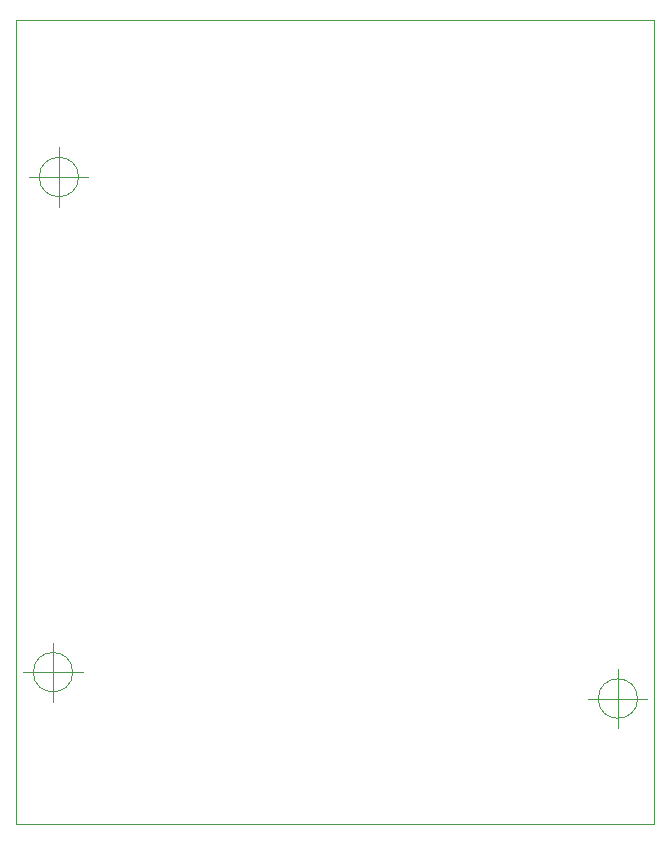
<source format=gbr>
%TF.GenerationSoftware,KiCad,Pcbnew,(5.1.10)-1*%
%TF.CreationDate,2021-11-22T13:12:16+02:00*%
%TF.ProjectId,25-station-led-alarm,32352d73-7461-4746-996f-6e2d6c65642d,rev?*%
%TF.SameCoordinates,Original*%
%TF.FileFunction,Profile,NP*%
%FSLAX46Y46*%
G04 Gerber Fmt 4.6, Leading zero omitted, Abs format (unit mm)*
G04 Created by KiCad (PCBNEW (5.1.10)-1) date 2021-11-22 13:12:16*
%MOMM*%
%LPD*%
G01*
G04 APERTURE LIST*
%TA.AperFunction,Profile*%
%ADD10C,0.050000*%
%TD*%
G04 APERTURE END LIST*
D10*
X101272766Y-108254800D02*
G75*
G03*
X101272766Y-108254800I-1666666J0D01*
G01*
X97106100Y-108254800D02*
X102106100Y-108254800D01*
X99606100Y-105754800D02*
X99606100Y-110754800D01*
X148605666Y-152412700D02*
G75*
G03*
X148605666Y-152412700I-1666666J0D01*
G01*
X144439000Y-152412700D02*
X149439000Y-152412700D01*
X146939000Y-149912700D02*
X146939000Y-154912700D01*
X100777466Y-150177500D02*
G75*
G03*
X100777466Y-150177500I-1666666J0D01*
G01*
X96610800Y-150177500D02*
X101610800Y-150177500D01*
X99110800Y-147677500D02*
X99110800Y-152677500D01*
X150000000Y-95000000D02*
X150000000Y-163000000D01*
X96000000Y-95000000D02*
X96000000Y-163000000D01*
X96000000Y-95000000D02*
X150000000Y-95000000D01*
X96000000Y-163000000D02*
X150000000Y-163000000D01*
M02*

</source>
